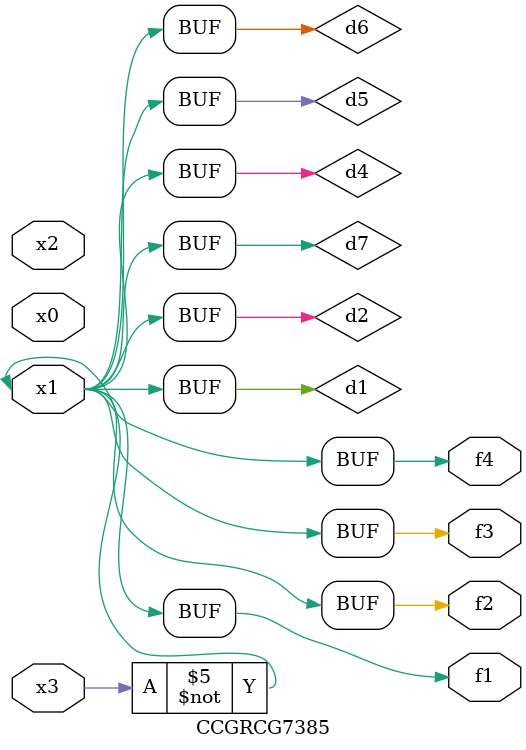
<source format=v>
module CCGRCG7385(
	input x0, x1, x2, x3,
	output f1, f2, f3, f4
);

	wire d1, d2, d3, d4, d5, d6, d7;

	not (d1, x3);
	buf (d2, x1);
	xnor (d3, d1, d2);
	nor (d4, d1);
	buf (d5, d1, d2);
	buf (d6, d4, d5);
	nand (d7, d4);
	assign f1 = d6;
	assign f2 = d7;
	assign f3 = d6;
	assign f4 = d6;
endmodule

</source>
